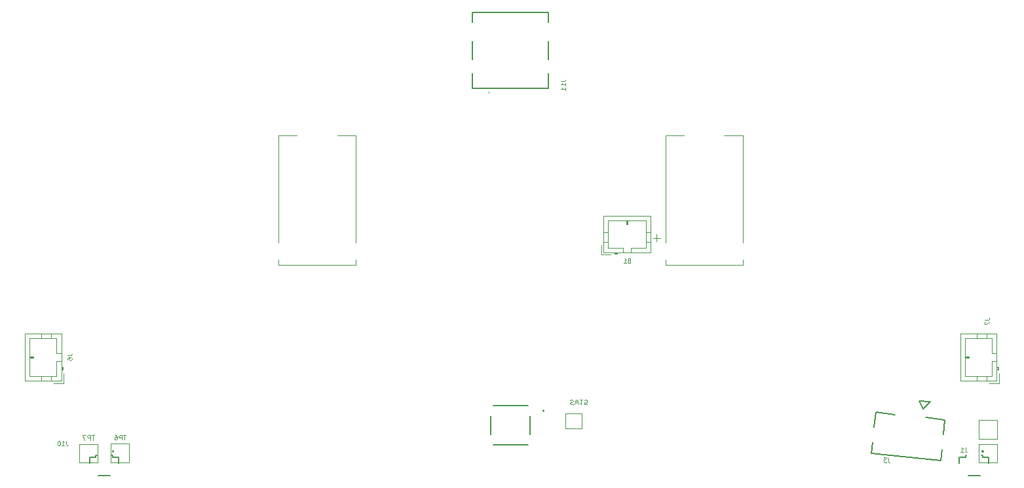
<source format=gbr>
%TF.GenerationSoftware,KiCad,Pcbnew,9.0.3*%
%TF.CreationDate,2025-07-21T12:19:27-07:00*%
%TF.ProjectId,UGC_Main_R5,5547435f-4d61-4696-9e5f-52352e6b6963,rev?*%
%TF.SameCoordinates,Original*%
%TF.FileFunction,Legend,Bot*%
%TF.FilePolarity,Positive*%
%FSLAX46Y46*%
G04 Gerber Fmt 4.6, Leading zero omitted, Abs format (unit mm)*
G04 Created by KiCad (PCBNEW 9.0.3) date 2025-07-21 12:19:27*
%MOMM*%
%LPD*%
G01*
G04 APERTURE LIST*
%ADD10C,0.120000*%
%ADD11C,0.100000*%
%ADD12C,0.127000*%
%ADD13C,0.200000*%
%ADD14C,0.152400*%
G04 APERTURE END LIST*
D10*
X110916833Y-49676193D02*
X109964453Y-49676193D01*
X110440643Y-50152383D02*
X110440643Y-49200002D01*
D11*
X37755543Y-75214771D02*
X37412686Y-75214771D01*
X37584114Y-75814771D02*
X37584114Y-75214771D01*
X37212685Y-75814771D02*
X37212685Y-75214771D01*
X37212685Y-75214771D02*
X36984114Y-75214771D01*
X36984114Y-75214771D02*
X36926971Y-75243342D01*
X36926971Y-75243342D02*
X36898400Y-75271914D01*
X36898400Y-75271914D02*
X36869828Y-75329057D01*
X36869828Y-75329057D02*
X36869828Y-75414771D01*
X36869828Y-75414771D02*
X36898400Y-75471914D01*
X36898400Y-75471914D02*
X36926971Y-75500485D01*
X36926971Y-75500485D02*
X36984114Y-75529057D01*
X36984114Y-75529057D02*
X37212685Y-75529057D01*
X36669828Y-75214771D02*
X36269828Y-75214771D01*
X36269828Y-75214771D02*
X36526971Y-75814771D01*
X34156714Y-75942771D02*
X34156714Y-76371342D01*
X34156714Y-76371342D02*
X34185285Y-76457057D01*
X34185285Y-76457057D02*
X34242428Y-76514200D01*
X34242428Y-76514200D02*
X34328142Y-76542771D01*
X34328142Y-76542771D02*
X34385285Y-76542771D01*
X33556714Y-76542771D02*
X33899571Y-76542771D01*
X33728142Y-76542771D02*
X33728142Y-75942771D01*
X33728142Y-75942771D02*
X33785285Y-76028485D01*
X33785285Y-76028485D02*
X33842428Y-76085628D01*
X33842428Y-76085628D02*
X33899571Y-76114200D01*
X33185285Y-75942771D02*
X33128142Y-75942771D01*
X33128142Y-75942771D02*
X33070999Y-75971342D01*
X33070999Y-75971342D02*
X33042428Y-75999914D01*
X33042428Y-75999914D02*
X33013856Y-76057057D01*
X33013856Y-76057057D02*
X32985285Y-76171342D01*
X32985285Y-76171342D02*
X32985285Y-76314200D01*
X32985285Y-76314200D02*
X33013856Y-76428485D01*
X33013856Y-76428485D02*
X33042428Y-76485628D01*
X33042428Y-76485628D02*
X33070999Y-76514200D01*
X33070999Y-76514200D02*
X33128142Y-76542771D01*
X33128142Y-76542771D02*
X33185285Y-76542771D01*
X33185285Y-76542771D02*
X33242428Y-76514200D01*
X33242428Y-76514200D02*
X33270999Y-76485628D01*
X33270999Y-76485628D02*
X33299570Y-76428485D01*
X33299570Y-76428485D02*
X33328142Y-76314200D01*
X33328142Y-76314200D02*
X33328142Y-76171342D01*
X33328142Y-76171342D02*
X33299570Y-76057057D01*
X33299570Y-76057057D02*
X33270999Y-75999914D01*
X33270999Y-75999914D02*
X33242428Y-75971342D01*
X33242428Y-75971342D02*
X33185285Y-75942771D01*
X99270685Y-70651200D02*
X99356400Y-70622628D01*
X99356400Y-70622628D02*
X99499257Y-70622628D01*
X99499257Y-70622628D02*
X99556400Y-70651200D01*
X99556400Y-70651200D02*
X99584971Y-70679771D01*
X99584971Y-70679771D02*
X99613542Y-70736914D01*
X99613542Y-70736914D02*
X99613542Y-70794057D01*
X99613542Y-70794057D02*
X99584971Y-70851200D01*
X99584971Y-70851200D02*
X99556400Y-70879771D01*
X99556400Y-70879771D02*
X99499257Y-70908342D01*
X99499257Y-70908342D02*
X99384971Y-70936914D01*
X99384971Y-70936914D02*
X99327828Y-70965485D01*
X99327828Y-70965485D02*
X99299257Y-70994057D01*
X99299257Y-70994057D02*
X99270685Y-71051200D01*
X99270685Y-71051200D02*
X99270685Y-71108342D01*
X99270685Y-71108342D02*
X99299257Y-71165485D01*
X99299257Y-71165485D02*
X99327828Y-71194057D01*
X99327828Y-71194057D02*
X99384971Y-71222628D01*
X99384971Y-71222628D02*
X99527828Y-71222628D01*
X99527828Y-71222628D02*
X99613542Y-71194057D01*
X99813543Y-71222628D02*
X99956400Y-70622628D01*
X99956400Y-70622628D02*
X100070686Y-71051200D01*
X100070686Y-71051200D02*
X100184971Y-70622628D01*
X100184971Y-70622628D02*
X100327829Y-71222628D01*
X100870685Y-70622628D02*
X100527828Y-70622628D01*
X100699257Y-70622628D02*
X100699257Y-71222628D01*
X100699257Y-71222628D02*
X100642114Y-71136914D01*
X100642114Y-71136914D02*
X100584971Y-71079771D01*
X100584971Y-71079771D02*
X100527828Y-71051200D01*
X101413543Y-71222628D02*
X101127829Y-71222628D01*
X101127829Y-71222628D02*
X101099257Y-70936914D01*
X101099257Y-70936914D02*
X101127829Y-70965485D01*
X101127829Y-70965485D02*
X101184972Y-70994057D01*
X101184972Y-70994057D02*
X101327829Y-70994057D01*
X101327829Y-70994057D02*
X101384972Y-70965485D01*
X101384972Y-70965485D02*
X101413543Y-70936914D01*
X101413543Y-70936914D02*
X101442114Y-70879771D01*
X101442114Y-70879771D02*
X101442114Y-70736914D01*
X101442114Y-70736914D02*
X101413543Y-70679771D01*
X101413543Y-70679771D02*
X101384972Y-70651200D01*
X101384972Y-70651200D02*
X101327829Y-70622628D01*
X101327829Y-70622628D02*
X101184972Y-70622628D01*
X101184972Y-70622628D02*
X101127829Y-70651200D01*
X101127829Y-70651200D02*
X101099257Y-70679771D01*
X41819543Y-75189371D02*
X41476686Y-75189371D01*
X41648114Y-75789371D02*
X41648114Y-75189371D01*
X41276685Y-75789371D02*
X41276685Y-75189371D01*
X41276685Y-75189371D02*
X41048114Y-75189371D01*
X41048114Y-75189371D02*
X40990971Y-75217942D01*
X40990971Y-75217942D02*
X40962400Y-75246514D01*
X40962400Y-75246514D02*
X40933828Y-75303657D01*
X40933828Y-75303657D02*
X40933828Y-75389371D01*
X40933828Y-75389371D02*
X40962400Y-75446514D01*
X40962400Y-75446514D02*
X40990971Y-75475085D01*
X40990971Y-75475085D02*
X41048114Y-75503657D01*
X41048114Y-75503657D02*
X41276685Y-75503657D01*
X40419543Y-75189371D02*
X40533828Y-75189371D01*
X40533828Y-75189371D02*
X40590971Y-75217942D01*
X40590971Y-75217942D02*
X40619543Y-75246514D01*
X40619543Y-75246514D02*
X40676685Y-75332228D01*
X40676685Y-75332228D02*
X40705257Y-75446514D01*
X40705257Y-75446514D02*
X40705257Y-75675085D01*
X40705257Y-75675085D02*
X40676685Y-75732228D01*
X40676685Y-75732228D02*
X40648114Y-75760800D01*
X40648114Y-75760800D02*
X40590971Y-75789371D01*
X40590971Y-75789371D02*
X40476685Y-75789371D01*
X40476685Y-75789371D02*
X40419543Y-75760800D01*
X40419543Y-75760800D02*
X40390971Y-75732228D01*
X40390971Y-75732228D02*
X40362400Y-75675085D01*
X40362400Y-75675085D02*
X40362400Y-75532228D01*
X40362400Y-75532228D02*
X40390971Y-75475085D01*
X40390971Y-75475085D02*
X40419543Y-75446514D01*
X40419543Y-75446514D02*
X40476685Y-75417942D01*
X40476685Y-75417942D02*
X40590971Y-75417942D01*
X40590971Y-75417942D02*
X40648114Y-75446514D01*
X40648114Y-75446514D02*
X40676685Y-75475085D01*
X40676685Y-75475085D02*
X40705257Y-75532228D01*
X152850371Y-60271599D02*
X153278942Y-60271599D01*
X153278942Y-60271599D02*
X153364657Y-60243028D01*
X153364657Y-60243028D02*
X153421800Y-60185885D01*
X153421800Y-60185885D02*
X153450371Y-60100171D01*
X153450371Y-60100171D02*
X153450371Y-60043028D01*
X152850371Y-60500171D02*
X152850371Y-60900171D01*
X152850371Y-60900171D02*
X153450371Y-60643028D01*
X140406351Y-78149871D02*
X140361553Y-78576095D01*
X140361553Y-78576095D02*
X140381008Y-78664326D01*
X140381008Y-78664326D02*
X140431865Y-78727129D01*
X140431865Y-78727129D02*
X140514123Y-78764504D01*
X140514123Y-78764504D02*
X140570953Y-78770477D01*
X140179031Y-78125979D02*
X139809637Y-78087154D01*
X139809637Y-78087154D02*
X139984650Y-78335379D01*
X139984650Y-78335379D02*
X139899405Y-78326420D01*
X139899405Y-78326420D02*
X139839588Y-78348862D01*
X139839588Y-78348862D02*
X139808187Y-78374290D01*
X139808187Y-78374290D02*
X139773799Y-78428133D01*
X139773799Y-78428133D02*
X139758866Y-78570208D01*
X139758866Y-78570208D02*
X139781308Y-78630024D01*
X139781308Y-78630024D02*
X139806737Y-78661426D01*
X139806737Y-78661426D02*
X139860580Y-78695814D01*
X139860580Y-78695814D02*
X140031069Y-78713733D01*
X140031069Y-78713733D02*
X140090886Y-78691291D01*
X140090886Y-78691291D02*
X140122287Y-78665863D01*
X150330000Y-76780971D02*
X150330000Y-77209542D01*
X150330000Y-77209542D02*
X150358571Y-77295257D01*
X150358571Y-77295257D02*
X150415714Y-77352400D01*
X150415714Y-77352400D02*
X150501428Y-77380971D01*
X150501428Y-77380971D02*
X150558571Y-77380971D01*
X149730000Y-77380971D02*
X150072857Y-77380971D01*
X149901428Y-77380971D02*
X149901428Y-76780971D01*
X149901428Y-76780971D02*
X149958571Y-76866685D01*
X149958571Y-76866685D02*
X150015714Y-76923828D01*
X150015714Y-76923828D02*
X150072857Y-76952400D01*
X106857252Y-52593556D02*
X106771538Y-52622128D01*
X106771538Y-52622128D02*
X106742967Y-52650699D01*
X106742967Y-52650699D02*
X106714395Y-52707842D01*
X106714395Y-52707842D02*
X106714395Y-52793556D01*
X106714395Y-52793556D02*
X106742967Y-52850699D01*
X106742967Y-52850699D02*
X106771538Y-52879271D01*
X106771538Y-52879271D02*
X106828681Y-52907842D01*
X106828681Y-52907842D02*
X107057252Y-52907842D01*
X107057252Y-52907842D02*
X107057252Y-52307842D01*
X107057252Y-52307842D02*
X106857252Y-52307842D01*
X106857252Y-52307842D02*
X106800110Y-52336413D01*
X106800110Y-52336413D02*
X106771538Y-52364985D01*
X106771538Y-52364985D02*
X106742967Y-52422128D01*
X106742967Y-52422128D02*
X106742967Y-52479271D01*
X106742967Y-52479271D02*
X106771538Y-52536413D01*
X106771538Y-52536413D02*
X106800110Y-52564985D01*
X106800110Y-52564985D02*
X106857252Y-52593556D01*
X106857252Y-52593556D02*
X107057252Y-52593556D01*
X106142967Y-52907842D02*
X106485824Y-52907842D01*
X106314395Y-52907842D02*
X106314395Y-52307842D01*
X106314395Y-52307842D02*
X106371538Y-52393556D01*
X106371538Y-52393556D02*
X106428681Y-52450699D01*
X106428681Y-52450699D02*
X106485824Y-52479271D01*
X34262171Y-64884999D02*
X34690742Y-64884999D01*
X34690742Y-64884999D02*
X34776457Y-64856428D01*
X34776457Y-64856428D02*
X34833600Y-64799285D01*
X34833600Y-64799285D02*
X34862171Y-64713571D01*
X34862171Y-64713571D02*
X34862171Y-64656428D01*
X34262171Y-65427857D02*
X34262171Y-65313571D01*
X34262171Y-65313571D02*
X34290742Y-65256428D01*
X34290742Y-65256428D02*
X34319314Y-65227857D01*
X34319314Y-65227857D02*
X34405028Y-65170714D01*
X34405028Y-65170714D02*
X34519314Y-65142142D01*
X34519314Y-65142142D02*
X34747885Y-65142142D01*
X34747885Y-65142142D02*
X34805028Y-65170714D01*
X34805028Y-65170714D02*
X34833600Y-65199285D01*
X34833600Y-65199285D02*
X34862171Y-65256428D01*
X34862171Y-65256428D02*
X34862171Y-65370714D01*
X34862171Y-65370714D02*
X34833600Y-65427857D01*
X34833600Y-65427857D02*
X34805028Y-65456428D01*
X34805028Y-65456428D02*
X34747885Y-65484999D01*
X34747885Y-65484999D02*
X34605028Y-65484999D01*
X34605028Y-65484999D02*
X34547885Y-65456428D01*
X34547885Y-65456428D02*
X34519314Y-65427857D01*
X34519314Y-65427857D02*
X34490742Y-65370714D01*
X34490742Y-65370714D02*
X34490742Y-65256428D01*
X34490742Y-65256428D02*
X34519314Y-65199285D01*
X34519314Y-65199285D02*
X34547885Y-65170714D01*
X34547885Y-65170714D02*
X34605028Y-65142142D01*
X98037171Y-29404285D02*
X98465742Y-29404285D01*
X98465742Y-29404285D02*
X98551457Y-29375714D01*
X98551457Y-29375714D02*
X98608600Y-29318571D01*
X98608600Y-29318571D02*
X98637171Y-29232857D01*
X98637171Y-29232857D02*
X98637171Y-29175714D01*
X98637171Y-30004285D02*
X98637171Y-29661428D01*
X98637171Y-29832857D02*
X98037171Y-29832857D01*
X98037171Y-29832857D02*
X98122885Y-29775714D01*
X98122885Y-29775714D02*
X98180028Y-29718571D01*
X98180028Y-29718571D02*
X98208600Y-29661428D01*
X98637171Y-30575714D02*
X98637171Y-30232857D01*
X98637171Y-30404286D02*
X98037171Y-30404286D01*
X98037171Y-30404286D02*
X98122885Y-30347143D01*
X98122885Y-30347143D02*
X98180028Y-30290000D01*
X98180028Y-30290000D02*
X98208600Y-30232857D01*
D12*
%TO.C,SW14*%
X89000457Y-72754400D02*
X89000457Y-75114400D01*
X93800457Y-71384400D02*
X89300457Y-71384400D01*
X93800457Y-76484400D02*
X89300457Y-76484400D01*
X94100457Y-75114400D02*
X94100457Y-72754400D01*
D13*
X95900457Y-72059400D02*
G75*
G02*
X95700457Y-72059400I-100000J0D01*
G01*
X95700457Y-72059400D02*
G75*
G02*
X95900457Y-72059400I100000J0D01*
G01*
D10*
%TO.C,TP7*%
X35798400Y-76340400D02*
X38198400Y-76340400D01*
X35798400Y-78740400D02*
X35798400Y-76340400D01*
X38198400Y-76340400D02*
X38198400Y-78740400D01*
X38198400Y-78740400D02*
X35798400Y-78740400D01*
D12*
%TO.C,J10*%
X37130400Y-78064800D02*
X37930400Y-78064800D01*
X37130400Y-78801800D02*
X37130400Y-78064800D01*
X37930400Y-78064800D02*
X37930400Y-77764800D01*
X38067400Y-77764800D02*
X37930400Y-77764800D01*
X38244400Y-80464800D02*
X39816400Y-80464800D01*
X39993400Y-77764800D02*
X40130400Y-77764800D01*
X40130400Y-77764800D02*
X40130400Y-78064800D01*
X40130400Y-78064800D02*
X40930400Y-78064800D01*
X40930400Y-78801800D02*
X40930400Y-78064800D01*
D13*
X40255400Y-77289800D02*
G75*
G02*
X40055400Y-77289800I-100000J0D01*
G01*
X40055400Y-77289800D02*
G75*
G02*
X40255400Y-77289800I100000J0D01*
G01*
D10*
%TO.C,TP1*%
X152062654Y-73256448D02*
X154462654Y-73256448D01*
X152062654Y-75656448D02*
X152062654Y-73256448D01*
X154462654Y-73256448D02*
X154462654Y-75656448D01*
X154462654Y-75656448D02*
X152062654Y-75656448D01*
%TO.C,SW15*%
D11*
X100742800Y-72421400D02*
X98641200Y-72421400D01*
X98641200Y-74319800D01*
X100742800Y-74319800D01*
X100742800Y-72421400D01*
D10*
%TO.C,TP6*%
X39862400Y-76315000D02*
X42262400Y-76315000D01*
X39862400Y-78715000D02*
X39862400Y-76315000D01*
X42262400Y-76315000D02*
X42262400Y-78715000D01*
X42262400Y-78715000D02*
X39862400Y-78715000D01*
%TO.C,J7*%
X149658400Y-62025000D02*
X149658400Y-68145000D01*
X149658400Y-68145000D02*
X154378400Y-68145000D01*
X150268400Y-62635000D02*
X150268400Y-67535000D01*
X150268400Y-64985000D02*
X150768400Y-64985000D01*
X150268400Y-67535000D02*
X153768400Y-67535000D01*
X150768400Y-64985000D02*
X150768400Y-65185000D01*
X150768400Y-65085000D02*
X150268400Y-65085000D01*
X150768400Y-65185000D02*
X150268400Y-65185000D01*
X151768400Y-62635000D02*
X151768400Y-62025000D01*
X151768400Y-67535000D02*
X151768400Y-68145000D01*
X153068400Y-62635000D02*
X153068400Y-62025000D01*
X153068400Y-67535000D02*
X153068400Y-68145000D01*
X153428400Y-68445000D02*
X154678400Y-68445000D01*
X153768400Y-62635000D02*
X150268400Y-62635000D01*
X153768400Y-64585000D02*
X153768400Y-62635000D01*
X153768400Y-65585000D02*
X154378400Y-65585000D01*
X153768400Y-67535000D02*
X153768400Y-65585000D01*
X154378400Y-62025000D02*
X149658400Y-62025000D01*
X154378400Y-64585000D02*
X153768400Y-64585000D01*
X154378400Y-66685000D02*
X154578400Y-66685000D01*
X154378400Y-68145000D02*
X154378400Y-62025000D01*
X154478400Y-66685000D02*
X154478400Y-66385000D01*
X154578400Y-66385000D02*
X154378400Y-66385000D01*
X154578400Y-66685000D02*
X154578400Y-66385000D01*
X154678400Y-68445000D02*
X154678400Y-67195000D01*
D11*
%TO.C,RV2*%
X111550457Y-36384400D02*
X113960457Y-36384400D01*
X111550457Y-50324400D02*
X111550457Y-36384400D01*
X111550457Y-52504400D02*
X111550457Y-53134400D01*
X111550457Y-53134400D02*
X121550457Y-53134400D01*
X119140457Y-36384400D02*
X121550457Y-36384400D01*
X121550457Y-50324400D02*
X121550457Y-36384400D01*
X121550457Y-52509400D02*
X121550457Y-53134400D01*
D10*
%TO.C,TP2*%
X152066542Y-76346669D02*
X154466542Y-76346669D01*
X152066542Y-78746669D02*
X152066542Y-76346669D01*
X154466542Y-76346669D02*
X154466542Y-78746669D01*
X154466542Y-78746669D02*
X152066542Y-78746669D01*
D14*
%TO.C,J3*%
X138180548Y-77523677D02*
X138330019Y-76101550D01*
X138532813Y-74172098D02*
X138734549Y-72252710D01*
X138734549Y-72252710D02*
X141250643Y-72517163D01*
X144366754Y-70747189D02*
X144892075Y-71823999D01*
X145169136Y-72929014D02*
X147685228Y-73193465D01*
X145756102Y-70893215D02*
X144366754Y-70747189D01*
X145756102Y-70893215D02*
X144892075Y-71823999D01*
X147131227Y-78464432D02*
X138180548Y-77523677D01*
X147280699Y-77042303D02*
X147131227Y-78464432D01*
X147685228Y-73193465D02*
X147483492Y-75112852D01*
D12*
%TO.C,J1*%
X149550800Y-78064800D02*
X150350800Y-78064800D01*
X149550800Y-78801800D02*
X149550800Y-78064800D01*
X150350800Y-78064800D02*
X150350800Y-77764800D01*
X150487800Y-77764800D02*
X150350800Y-77764800D01*
X150664800Y-80464800D02*
X152236800Y-80464800D01*
X152413800Y-77764800D02*
X152550800Y-77764800D01*
X152550800Y-77764800D02*
X152550800Y-78064800D01*
X152550800Y-78064800D02*
X153350800Y-78064800D01*
X153350800Y-78801800D02*
X153350800Y-78064800D01*
D13*
X152675800Y-77289800D02*
G75*
G02*
X152475800Y-77289800I-100000J0D01*
G01*
X152475800Y-77289800D02*
G75*
G02*
X152675800Y-77289800I100000J0D01*
G01*
D10*
%TO.C,B1*%
X103254396Y-50595471D02*
X103254396Y-51845471D01*
X103254396Y-51845471D02*
X104504396Y-51845471D01*
X103554396Y-46825471D02*
X103554396Y-51545471D01*
X103554396Y-51545471D02*
X109674396Y-51545471D01*
X104164396Y-47435471D02*
X104164396Y-50935471D01*
X104164396Y-48935471D02*
X103554396Y-48935471D01*
X104164396Y-50235471D02*
X103554396Y-50235471D01*
X104164396Y-50935471D02*
X106114396Y-50935471D01*
X105014396Y-51545471D02*
X105014396Y-51745471D01*
X105014396Y-51645471D02*
X105314396Y-51645471D01*
X105014396Y-51745471D02*
X105314396Y-51745471D01*
X105314396Y-51745471D02*
X105314396Y-51545471D01*
X106114396Y-50935471D02*
X106114396Y-51545471D01*
X106514396Y-47935471D02*
X106514396Y-47435471D01*
X106614396Y-47935471D02*
X106614396Y-47435471D01*
X106714396Y-47435471D02*
X106714396Y-47935471D01*
X106714396Y-47935471D02*
X106514396Y-47935471D01*
X107114396Y-50935471D02*
X109064396Y-50935471D01*
X107114396Y-51545471D02*
X107114396Y-50935471D01*
X109064396Y-47435471D02*
X104164396Y-47435471D01*
X109064396Y-48935471D02*
X109674396Y-48935471D01*
X109064396Y-50235471D02*
X109674396Y-50235471D01*
X109064396Y-50935471D02*
X109064396Y-47435471D01*
X109674396Y-46825471D02*
X103554396Y-46825471D01*
X109674396Y-51545471D02*
X109674396Y-46825471D01*
%TO.C,J6*%
X28779800Y-62025000D02*
X28779800Y-68145000D01*
X28779800Y-68145000D02*
X33499800Y-68145000D01*
X29389800Y-62635000D02*
X29389800Y-67535000D01*
X29389800Y-64985000D02*
X29889800Y-64985000D01*
X29389800Y-67535000D02*
X32889800Y-67535000D01*
X29889800Y-64985000D02*
X29889800Y-65185000D01*
X29889800Y-65085000D02*
X29389800Y-65085000D01*
X29889800Y-65185000D02*
X29389800Y-65185000D01*
X30889800Y-62635000D02*
X30889800Y-62025000D01*
X30889800Y-67535000D02*
X30889800Y-68145000D01*
X32189800Y-62635000D02*
X32189800Y-62025000D01*
X32189800Y-67535000D02*
X32189800Y-68145000D01*
X32549800Y-68445000D02*
X33799800Y-68445000D01*
X32889800Y-62635000D02*
X29389800Y-62635000D01*
X32889800Y-64585000D02*
X32889800Y-62635000D01*
X32889800Y-65585000D02*
X33499800Y-65585000D01*
X32889800Y-67535000D02*
X32889800Y-65585000D01*
X33499800Y-62025000D02*
X28779800Y-62025000D01*
X33499800Y-64585000D02*
X32889800Y-64585000D01*
X33499800Y-66685000D02*
X33699800Y-66685000D01*
X33499800Y-68145000D02*
X33499800Y-62025000D01*
X33599800Y-66685000D02*
X33599800Y-66385000D01*
X33699800Y-66385000D02*
X33499800Y-66385000D01*
X33699800Y-66685000D02*
X33699800Y-66385000D01*
X33799800Y-68445000D02*
X33799800Y-67195000D01*
D13*
%TO.C,J11*%
X86625457Y-20451200D02*
X96475457Y-20451200D01*
X86625457Y-21786200D02*
X86625457Y-20451200D01*
X86625457Y-26586200D02*
X86625457Y-24186200D01*
X86625457Y-28386200D02*
X86625457Y-30321200D01*
X86625457Y-30321200D02*
X96475457Y-30321200D01*
D11*
X88750457Y-30786200D02*
X88750457Y-30786200D01*
X88750457Y-30886200D02*
X88750457Y-30886200D01*
D13*
X96475457Y-20451200D02*
X96475457Y-21786200D01*
X96475457Y-24186200D02*
X96475457Y-26586200D01*
X96475457Y-30321200D02*
X96475457Y-28386200D01*
D11*
X88750457Y-30786200D02*
G75*
G02*
X88750457Y-30886200I0J-50000D01*
G01*
X88750457Y-30886200D02*
G75*
G02*
X88750457Y-30786200I0J50000D01*
G01*
%TO.C,RV1*%
X61550457Y-36384400D02*
X63960457Y-36384400D01*
X61550457Y-50324400D02*
X61550457Y-36384400D01*
X61550457Y-52504400D02*
X61550457Y-53134400D01*
X61550457Y-53134400D02*
X71550457Y-53134400D01*
X69140457Y-36384400D02*
X71550457Y-36384400D01*
X71550457Y-50324400D02*
X71550457Y-36384400D01*
X71550457Y-52509400D02*
X71550457Y-53134400D01*
%TD*%
M02*

</source>
